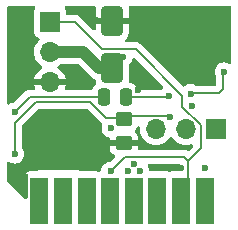
<source format=gbr>
%TF.GenerationSoftware,KiCad,Pcbnew,8.0.2-1*%
%TF.CreationDate,2024-06-01T01:47:10-04:00*%
%TF.ProjectId,ez-servo,657a2d73-6572-4766-9f2e-6b696361645f,v0.0.0*%
%TF.SameCoordinates,Original*%
%TF.FileFunction,Copper,L4,Bot*%
%TF.FilePolarity,Positive*%
%FSLAX46Y46*%
G04 Gerber Fmt 4.6, Leading zero omitted, Abs format (unit mm)*
G04 Created by KiCad (PCBNEW 8.0.2-1) date 2024-06-01 01:47:10*
%MOMM*%
%LPD*%
G01*
G04 APERTURE LIST*
G04 Aperture macros list*
%AMRoundRect*
0 Rectangle with rounded corners*
0 $1 Rounding radius*
0 $2 $3 $4 $5 $6 $7 $8 $9 X,Y pos of 4 corners*
0 Add a 4 corners polygon primitive as box body*
4,1,4,$2,$3,$4,$5,$6,$7,$8,$9,$2,$3,0*
0 Add four circle primitives for the rounded corners*
1,1,$1+$1,$2,$3*
1,1,$1+$1,$4,$5*
1,1,$1+$1,$6,$7*
1,1,$1+$1,$8,$9*
0 Add four rect primitives between the rounded corners*
20,1,$1+$1,$2,$3,$4,$5,0*
20,1,$1+$1,$4,$5,$6,$7,0*
20,1,$1+$1,$6,$7,$8,$9,0*
20,1,$1+$1,$8,$9,$2,$3,0*%
G04 Aperture macros list end*
%TA.AperFunction,ComponentPad*%
%ADD10C,0.600000*%
%TD*%
%TA.AperFunction,SMDPad,CuDef*%
%ADD11R,2.950000X4.500000*%
%TD*%
%TA.AperFunction,SMDPad,CuDef*%
%ADD12RoundRect,0.250000X-0.250000X-0.475000X0.250000X-0.475000X0.250000X0.475000X-0.250000X0.475000X0*%
%TD*%
%TA.AperFunction,SMDPad,CuDef*%
%ADD13RoundRect,0.250000X-0.450000X0.350000X-0.450000X-0.350000X0.450000X-0.350000X0.450000X0.350000X0*%
%TD*%
%TA.AperFunction,SMDPad,CuDef*%
%ADD14RoundRect,0.250000X0.650000X-1.000000X0.650000X1.000000X-0.650000X1.000000X-0.650000X-1.000000X0*%
%TD*%
%TA.AperFunction,ConnectorPad*%
%ADD15R,1.500000X4.000000*%
%TD*%
%TA.AperFunction,ComponentPad*%
%ADD16R,1.700000X1.700000*%
%TD*%
%TA.AperFunction,ComponentPad*%
%ADD17O,1.700000X1.700000*%
%TD*%
%TA.AperFunction,ViaPad*%
%ADD18C,0.600000*%
%TD*%
%TA.AperFunction,Conductor*%
%ADD19C,1.000000*%
%TD*%
%TA.AperFunction,Conductor*%
%ADD20C,0.200000*%
%TD*%
G04 APERTURE END LIST*
D10*
%TO.P,U1,9,GNDPAD*%
%TO.N,GND*%
X4300000Y-9830000D03*
X4300000Y-11030000D03*
X4300000Y-12330000D03*
X4300000Y-13430000D03*
D11*
X4900000Y-11630000D03*
D10*
X5500000Y-9830000D03*
X5500000Y-11030000D03*
X5500000Y-12330000D03*
X5500000Y-13430000D03*
%TD*%
D12*
%TO.P,C2,1*%
%TO.N,Net-(U1-BOOT)*%
X8700000Y-8240000D03*
%TO.P,C2,2*%
%TO.N,Net-(C2-Pad2)*%
X10600000Y-8240000D03*
%TD*%
D13*
%TO.P,R2,1*%
%TO.N,SENSE*%
X10400000Y-10070000D03*
%TO.P,R2,2*%
%TO.N,GND*%
X10400000Y-12070000D03*
%TD*%
D14*
%TO.P,D1,1,K*%
%TO.N,VOUT*%
X9410000Y-5760000D03*
%TO.P,D1,2,A*%
%TO.N,GND*%
X9410000Y-1760000D03*
%TD*%
D15*
%TO.P,J1,1,Pin_1*%
%TO.N,unconnected-(J1-Pin_1-Pad1)*%
X17250000Y-17000000D03*
%TO.P,J1,2,Pin_2*%
%TO.N,SERVO_PWM*%
X15250000Y-17000000D03*
%TO.P,J1,3,Pin_3*%
%TO.N,unconnected-(J1-Pin_3-Pad3)*%
X13250000Y-17000000D03*
%TO.P,J1,4,Pin_4*%
%TO.N,unconnected-(J1-Pin_4-Pad4)*%
X11250000Y-17000000D03*
%TO.P,J1,5,Pin_5*%
%TO.N,unconnected-(J1-Pin_5-Pad5)*%
X9250000Y-17000000D03*
%TO.P,J1,6,Pin_6*%
%TO.N,unconnected-(J1-Pin_6-Pad6)*%
X7250000Y-17000000D03*
%TO.P,J1,7,Pin_7*%
%TO.N,unconnected-(J1-Pin_7-Pad7)*%
X5250000Y-17000000D03*
%TO.P,J1,8,Pin_8*%
%TO.N,unconnected-(J1-Pin_8-Pad8)*%
X3250000Y-17000000D03*
%TD*%
D16*
%TO.P,J2,1,Pin_1*%
%TO.N,SERVO_PWM*%
X4150000Y-1850000D03*
D17*
%TO.P,J2,2,Pin_2*%
%TO.N,VOUT*%
X4150000Y-4390000D03*
%TO.P,J2,3,Pin_3*%
%TO.N,GND*%
X4150000Y-6930000D03*
%TD*%
D16*
%TO.P,J3,1,Pin_1*%
%TO.N,8_4V*%
X18200000Y-10930000D03*
D17*
%TO.P,J3,2,Pin_2*%
%TO.N,SENSE*%
X15660000Y-10930000D03*
%TO.P,J3,3,Pin_3*%
%TO.N,6V*%
X13120000Y-10930000D03*
%TD*%
D18*
%TO.N,VOUT*%
X11270000Y-13890000D03*
X10750000Y-14500000D03*
X10360000Y-4780000D03*
X16159265Y-8950735D03*
X11750000Y-14500000D03*
%TO.N,GND*%
X1900000Y-15600000D03*
X11600000Y-7640000D03*
X1283883Y-15016117D03*
X13280000Y-14250000D03*
X15250000Y-14250000D03*
X8070000Y-1700000D03*
%TO.N,SERVO_PWM*%
X9280000Y-14499998D03*
%TO.N,SENSE*%
X14290000Y-9930000D03*
X1170000Y-13030000D03*
%TO.N,Net-(C2-Pad2)*%
X14190001Y-8122829D03*
X18910000Y-6080000D03*
X16050000Y-7930823D03*
%TO.N,Net-(U1-BOOT)*%
X1170000Y-9470000D03*
%TO.N,+24V*%
X9319216Y-10825929D03*
X17300000Y-14250000D03*
%TD*%
D19*
%TO.N,VOUT*%
X6965000Y-4390000D02*
X8335000Y-5760000D01*
X4150000Y-4390000D02*
X6965000Y-4390000D01*
X8335000Y-5760000D02*
X9410000Y-5760000D01*
D20*
%TO.N,SERVO_PWM*%
X15490000Y-13290000D02*
X15850000Y-13650000D01*
X16940000Y-10580000D02*
X16940000Y-12560000D01*
X6260000Y-1850000D02*
X8590000Y-4180000D01*
X11430000Y-4180000D02*
X15370000Y-8120000D01*
X4150000Y-1850000D02*
X6260000Y-1850000D01*
X10489998Y-13290000D02*
X15490000Y-13290000D01*
X15370000Y-9010000D02*
X16940000Y-10580000D01*
X15850000Y-13650000D02*
X15850000Y-16400000D01*
X9280000Y-14499998D02*
X10489998Y-13290000D01*
X8590000Y-4180000D02*
X11430000Y-4180000D01*
X16940000Y-12560000D02*
X15850000Y-13650000D01*
X15850000Y-16400000D02*
X15250000Y-17000000D01*
X15370000Y-8120000D02*
X15370000Y-9010000D01*
%TO.N,SENSE*%
X2925686Y-8610000D02*
X7550000Y-8610000D01*
X10551154Y-9987500D02*
X10400000Y-9987500D01*
X10761483Y-9777171D02*
X10551154Y-9987500D01*
X7550000Y-8610000D02*
X8907500Y-9967500D01*
X14290000Y-9930000D02*
X14137171Y-9777171D01*
X14137171Y-9777171D02*
X10761483Y-9777171D01*
X8907500Y-9967500D02*
X10400000Y-9967500D01*
X1170000Y-13030000D02*
X1170000Y-10365686D01*
X1170000Y-10365686D02*
X2925686Y-8610000D01*
%TO.N,Net-(C2-Pad2)*%
X18840000Y-7520000D02*
X18840000Y-6150000D01*
X18840000Y-6150000D02*
X18910000Y-6080000D01*
X10600000Y-8230000D02*
X10620000Y-8210000D01*
X16080279Y-7900544D02*
X18459456Y-7900544D01*
X18459456Y-7900544D02*
X18840000Y-7520000D01*
X16050000Y-7930823D02*
X16080279Y-7900544D01*
X14190001Y-8122829D02*
X14072830Y-8240000D01*
X14072830Y-8240000D02*
X10600000Y-8240000D01*
X10600000Y-8240000D02*
X10600000Y-8230000D01*
%TO.N,Net-(U1-BOOT)*%
X1170000Y-9460000D02*
X2420000Y-8210000D01*
X1170000Y-9470000D02*
X1170000Y-9460000D01*
X2420000Y-8210000D02*
X8720000Y-8210000D01*
%TD*%
%TA.AperFunction,Conductor*%
%TO.N,GND*%
G36*
X2250000Y-14890000D02*
G01*
X2250000Y-16723871D01*
X2230315Y-16790910D01*
X2177511Y-16836665D01*
X2108353Y-16846609D01*
X2044797Y-16817584D01*
X2043619Y-16816550D01*
X1873044Y-16664928D01*
X1867744Y-16659930D01*
X536819Y-15329005D01*
X503334Y-15267682D01*
X500500Y-15241324D01*
X500500Y-14750000D01*
X2250000Y-14750000D01*
X2250000Y-14890000D01*
G37*
%TD.AperFunction*%
%TD*%
%TA.AperFunction,Conductor*%
%TO.N,GND*%
G36*
X1730000Y-14410000D02*
G01*
X3162378Y-14410000D01*
X3133338Y-14463182D01*
X3072014Y-14496666D01*
X3045657Y-14499500D01*
X2452129Y-14499500D01*
X2452123Y-14499501D01*
X2392516Y-14505908D01*
X2257671Y-14556202D01*
X2257664Y-14556206D01*
X2142455Y-14642452D01*
X2142452Y-14642455D01*
X2061943Y-14750000D01*
X500500Y-14750000D01*
X500500Y-13779094D01*
X520185Y-13712055D01*
X572989Y-13666300D01*
X642147Y-13656356D01*
X690471Y-13674100D01*
X725121Y-13695872D01*
X820475Y-13755788D01*
X990745Y-13815368D01*
X990750Y-13815369D01*
X1169996Y-13835565D01*
X1170000Y-13835565D01*
X1170004Y-13835565D01*
X1349249Y-13815369D01*
X1349252Y-13815368D01*
X1349255Y-13815368D01*
X1519522Y-13755789D01*
X1672262Y-13659816D01*
X1730000Y-13602078D01*
X1730000Y-14410000D01*
G37*
%TD.AperFunction*%
%TA.AperFunction,Conductor*%
G36*
X8422639Y-10331874D02*
G01*
X8422649Y-10331885D01*
X8426979Y-10336215D01*
X8426980Y-10336216D01*
X8531527Y-10440763D01*
X8565011Y-10502084D01*
X8560887Y-10569396D01*
X8533847Y-10646674D01*
X8533847Y-10646675D01*
X8513651Y-10825925D01*
X8513651Y-10825932D01*
X8533846Y-11005178D01*
X8533847Y-11005183D01*
X8593427Y-11175452D01*
X8689400Y-11328191D01*
X8816954Y-11455745D01*
X8969694Y-11551718D01*
X9116955Y-11603246D01*
X9173730Y-11643968D01*
X9199478Y-11708920D01*
X9200000Y-11720288D01*
X9200000Y-11820000D01*
X11599999Y-11820000D01*
X11599999Y-11670028D01*
X11599998Y-11670013D01*
X11589505Y-11567302D01*
X11534358Y-11400880D01*
X11534356Y-11400875D01*
X11442315Y-11251654D01*
X11348695Y-11158034D01*
X11315210Y-11096711D01*
X11320194Y-11027019D01*
X11348691Y-10982676D01*
X11442712Y-10888656D01*
X11534814Y-10739334D01*
X11535650Y-10736811D01*
X11536690Y-10735308D01*
X11537864Y-10732791D01*
X11538294Y-10732991D01*
X11575415Y-10679366D01*
X11639929Y-10652537D01*
X11708706Y-10664846D01*
X11759910Y-10712385D01*
X11777284Y-10780060D01*
X11776885Y-10786615D01*
X11764341Y-10929997D01*
X11764341Y-10930000D01*
X11784936Y-11165403D01*
X11784938Y-11165413D01*
X11846094Y-11393655D01*
X11846096Y-11393659D01*
X11846097Y-11393663D01*
X11929358Y-11572217D01*
X11945965Y-11607830D01*
X11945967Y-11607834D01*
X12016749Y-11708920D01*
X12081505Y-11801401D01*
X12248599Y-11968495D01*
X12303643Y-12007037D01*
X12442165Y-12104032D01*
X12442167Y-12104033D01*
X12442170Y-12104035D01*
X12656337Y-12203903D01*
X12656343Y-12203904D01*
X12656344Y-12203905D01*
X12711285Y-12218626D01*
X12884592Y-12265063D01*
X13072918Y-12281539D01*
X13119999Y-12285659D01*
X13120000Y-12285659D01*
X13120001Y-12285659D01*
X13159234Y-12282226D01*
X13355408Y-12265063D01*
X13583663Y-12203903D01*
X13797830Y-12104035D01*
X13991401Y-11968495D01*
X14158495Y-11801401D01*
X14288425Y-11615842D01*
X14343002Y-11572217D01*
X14412500Y-11565023D01*
X14474855Y-11596546D01*
X14491575Y-11615842D01*
X14621500Y-11801395D01*
X14621505Y-11801401D01*
X14788599Y-11968495D01*
X14843643Y-12007037D01*
X14982165Y-12104032D01*
X14982167Y-12104033D01*
X14982170Y-12104035D01*
X15196337Y-12203903D01*
X15196343Y-12203904D01*
X15196344Y-12203905D01*
X15251285Y-12218626D01*
X15424592Y-12265063D01*
X15612918Y-12281539D01*
X15659999Y-12285659D01*
X15660000Y-12285659D01*
X15660001Y-12285659D01*
X15699234Y-12282226D01*
X15895408Y-12265063D01*
X16118154Y-12205379D01*
X16188004Y-12207042D01*
X16245866Y-12246205D01*
X16273370Y-12310433D01*
X16261783Y-12379335D01*
X16237928Y-12412835D01*
X15914943Y-12735819D01*
X15853620Y-12769304D01*
X15783928Y-12764320D01*
X15765261Y-12755524D01*
X15721787Y-12730424D01*
X15721786Y-12730423D01*
X15721785Y-12730423D01*
X15569057Y-12689499D01*
X15410943Y-12689499D01*
X15403347Y-12689499D01*
X15403331Y-12689500D01*
X11714887Y-12689500D01*
X11647848Y-12669815D01*
X11602093Y-12617011D01*
X11591529Y-12552897D01*
X11599999Y-12469986D01*
X11600000Y-12469973D01*
X11600000Y-12320000D01*
X9200001Y-12320000D01*
X9200001Y-12469986D01*
X9210494Y-12572697D01*
X9265641Y-12739119D01*
X9265643Y-12739124D01*
X9357684Y-12888345D01*
X9481654Y-13012315D01*
X9618335Y-13096621D01*
X9665059Y-13148569D01*
X9676282Y-13217532D01*
X9648438Y-13281614D01*
X9640919Y-13289841D01*
X9261465Y-13669296D01*
X9200142Y-13702781D01*
X9187668Y-13704835D01*
X9100750Y-13714628D01*
X8930478Y-13774208D01*
X8777737Y-13870182D01*
X8650184Y-13997735D01*
X8554210Y-14150476D01*
X8494630Y-14320748D01*
X8485761Y-14399461D01*
X8458694Y-14463875D01*
X8401098Y-14503429D01*
X8393234Y-14505640D01*
X8293332Y-14542901D01*
X8223640Y-14547885D01*
X8206668Y-14542901D01*
X8107485Y-14505909D01*
X8107483Y-14505908D01*
X8047883Y-14499501D01*
X8047881Y-14499500D01*
X8047873Y-14499500D01*
X8047865Y-14499500D01*
X6754342Y-14499500D01*
X6687303Y-14479815D01*
X6641548Y-14427011D01*
X6639102Y-14410000D01*
X8280000Y-14410000D01*
X8280000Y-10189235D01*
X8422639Y-10331874D01*
G37*
%TD.AperFunction*%
%TA.AperFunction,Conductor*%
G36*
X15192539Y-13910185D02*
G01*
X15238294Y-13962989D01*
X15249500Y-14014500D01*
X15249500Y-14375500D01*
X15229815Y-14442539D01*
X15177011Y-14488294D01*
X15125500Y-14499500D01*
X14452129Y-14499500D01*
X14452123Y-14499501D01*
X14392515Y-14505909D01*
X14293332Y-14542901D01*
X14223640Y-14547885D01*
X14206668Y-14542901D01*
X14107485Y-14505909D01*
X14107483Y-14505908D01*
X14047883Y-14499501D01*
X14047881Y-14499500D01*
X14047873Y-14499500D01*
X14047865Y-14499500D01*
X12666322Y-14499500D01*
X12599283Y-14479815D01*
X12553528Y-14427011D01*
X12543102Y-14389383D01*
X12535369Y-14320750D01*
X12535368Y-14320745D01*
X12475788Y-14150475D01*
X12431802Y-14080473D01*
X12412801Y-14013236D01*
X12433168Y-13946401D01*
X12486436Y-13901186D01*
X12536795Y-13890500D01*
X15125500Y-13890500D01*
X15192539Y-13910185D01*
G37*
%TD.AperFunction*%
%TA.AperFunction,Conductor*%
G36*
X2868038Y-520185D02*
G01*
X2913793Y-572989D01*
X2923737Y-642147D01*
X2900265Y-698810D01*
X2891877Y-710016D01*
X2856204Y-757668D01*
X2856202Y-757671D01*
X2805908Y-892517D01*
X2799501Y-952116D01*
X2799501Y-952123D01*
X2799500Y-952135D01*
X2799500Y-2747870D01*
X2799501Y-2747876D01*
X2805908Y-2807483D01*
X2856202Y-2942328D01*
X2856206Y-2942335D01*
X2942452Y-3057544D01*
X2942455Y-3057547D01*
X3057664Y-3143793D01*
X3057671Y-3143797D01*
X3189081Y-3192810D01*
X3245015Y-3234681D01*
X3269432Y-3300145D01*
X3254580Y-3368418D01*
X3233430Y-3396673D01*
X3111503Y-3518600D01*
X2975965Y-3712169D01*
X2975964Y-3712171D01*
X2876098Y-3926335D01*
X2876094Y-3926344D01*
X2814938Y-4154586D01*
X2814936Y-4154596D01*
X2794341Y-4389999D01*
X2794341Y-4390000D01*
X2814936Y-4625403D01*
X2814938Y-4625413D01*
X2876094Y-4853655D01*
X2876096Y-4853659D01*
X2876097Y-4853663D01*
X2925336Y-4959255D01*
X2975965Y-5067830D01*
X2975967Y-5067834D01*
X3111501Y-5261395D01*
X3111506Y-5261402D01*
X3278597Y-5428493D01*
X3278603Y-5428498D01*
X3464594Y-5558730D01*
X3508219Y-5613307D01*
X3515413Y-5682805D01*
X3483890Y-5745160D01*
X3464595Y-5761880D01*
X3278922Y-5891890D01*
X3278920Y-5891891D01*
X3111891Y-6058920D01*
X3111886Y-6058926D01*
X2976400Y-6252420D01*
X2976399Y-6252422D01*
X2876570Y-6466507D01*
X2876567Y-6466513D01*
X2819364Y-6679999D01*
X2819364Y-6680000D01*
X3716988Y-6680000D01*
X3684075Y-6737007D01*
X3650000Y-6864174D01*
X3650000Y-6995826D01*
X3684075Y-7122993D01*
X3716988Y-7180000D01*
X2819364Y-7180000D01*
X2876567Y-7393486D01*
X2876569Y-7393492D01*
X2895037Y-7433095D01*
X2905529Y-7502172D01*
X2877009Y-7565956D01*
X2818533Y-7604196D01*
X2782655Y-7609500D01*
X2506669Y-7609500D01*
X2506653Y-7609499D01*
X2499057Y-7609499D01*
X2340943Y-7609499D01*
X2239556Y-7636666D01*
X2188210Y-7650424D01*
X2188209Y-7650425D01*
X2138096Y-7679359D01*
X2138095Y-7679360D01*
X2094689Y-7704420D01*
X2051285Y-7729479D01*
X2051282Y-7729481D01*
X1939478Y-7841286D01*
X1140195Y-8640568D01*
X1078872Y-8674053D01*
X1066398Y-8676107D01*
X990750Y-8684630D01*
X820478Y-8744210D01*
X690472Y-8825899D01*
X623235Y-8844899D01*
X556400Y-8824531D01*
X511186Y-8771263D01*
X500500Y-8720905D01*
X500500Y-624500D01*
X520185Y-557461D01*
X572989Y-511706D01*
X624500Y-500500D01*
X2800999Y-500500D01*
X2868038Y-520185D01*
G37*
%TD.AperFunction*%
%TA.AperFunction,Conductor*%
G36*
X11310065Y-4917446D02*
G01*
X11340552Y-4939787D01*
X13704323Y-7303558D01*
X13737808Y-7364881D01*
X13732824Y-7434573D01*
X13692740Y-7488117D01*
X13693183Y-7488672D01*
X13691053Y-7490369D01*
X13690952Y-7490506D01*
X13690453Y-7490848D01*
X13687741Y-7493011D01*
X13577570Y-7603182D01*
X13516247Y-7636666D01*
X13489889Y-7639500D01*
X11688585Y-7639500D01*
X11621546Y-7619815D01*
X11575791Y-7567011D01*
X11570879Y-7554504D01*
X11534814Y-7445666D01*
X11442712Y-7296344D01*
X11318656Y-7172288D01*
X11169334Y-7080186D01*
X11002797Y-7025001D01*
X11002795Y-7025000D01*
X10914106Y-7015940D01*
X10849415Y-6989544D01*
X10809263Y-6932363D01*
X10803351Y-6879981D01*
X10810500Y-6810009D01*
X10810499Y-5510809D01*
X10830184Y-5443771D01*
X10857194Y-5413857D01*
X10862257Y-5409818D01*
X10862262Y-5409816D01*
X10989816Y-5282262D01*
X11085789Y-5129522D01*
X11135830Y-4986512D01*
X11176551Y-4929738D01*
X11241503Y-4903990D01*
X11310065Y-4917446D01*
G37*
%TD.AperFunction*%
%TA.AperFunction,Conductor*%
G36*
X6566257Y-5410185D02*
G01*
X6586899Y-5426819D01*
X7697215Y-6537137D01*
X7697223Y-6537143D01*
X7861084Y-6646631D01*
X7861087Y-6646633D01*
X7932952Y-6676400D01*
X7987356Y-6720240D01*
X8009421Y-6786534D01*
X8009500Y-6790955D01*
X8009500Y-6809998D01*
X8009501Y-6810019D01*
X8020000Y-6912796D01*
X8037451Y-6965460D01*
X8053995Y-7015384D01*
X8056397Y-7085211D01*
X8020666Y-7145253D01*
X8001387Y-7159925D01*
X7981344Y-7172287D01*
X7857289Y-7296342D01*
X7765187Y-7445663D01*
X7765185Y-7445668D01*
X7739062Y-7524504D01*
X7699289Y-7581949D01*
X7634773Y-7608772D01*
X7621356Y-7609500D01*
X5517345Y-7609500D01*
X5450306Y-7589815D01*
X5404551Y-7537011D01*
X5394607Y-7467853D01*
X5404963Y-7433095D01*
X5423430Y-7393492D01*
X5423432Y-7393486D01*
X5480636Y-7180000D01*
X4583012Y-7180000D01*
X4615925Y-7122993D01*
X4650000Y-6995826D01*
X4650000Y-6864174D01*
X4615925Y-6737007D01*
X4583012Y-6680000D01*
X5480636Y-6680000D01*
X5480635Y-6679999D01*
X5423432Y-6466513D01*
X5423429Y-6466507D01*
X5323600Y-6252422D01*
X5323599Y-6252420D01*
X5188113Y-6058926D01*
X5188108Y-6058920D01*
X5021078Y-5891890D01*
X4835405Y-5761879D01*
X4791780Y-5707302D01*
X4784588Y-5637804D01*
X4816110Y-5575449D01*
X4835406Y-5558730D01*
X4903843Y-5510810D01*
X5021401Y-5428495D01*
X5023077Y-5426819D01*
X5023995Y-5426317D01*
X5025544Y-5425018D01*
X5025805Y-5425329D01*
X5084400Y-5393334D01*
X5110758Y-5390500D01*
X6499218Y-5390500D01*
X6566257Y-5410185D01*
G37*
%TD.AperFunction*%
%TA.AperFunction,Conductor*%
G36*
X7961131Y-520185D02*
G01*
X8006886Y-572989D01*
X8017450Y-637104D01*
X8010000Y-710016D01*
X8010000Y-1510000D01*
X10809999Y-1510000D01*
X10809999Y-710028D01*
X10809998Y-710013D01*
X10802550Y-637102D01*
X10815320Y-568409D01*
X10863200Y-517525D01*
X10925908Y-500500D01*
X19375500Y-500500D01*
X19442539Y-520185D01*
X19488294Y-572989D01*
X19499500Y-624500D01*
X19499500Y-5280637D01*
X19479815Y-5347676D01*
X19427011Y-5393431D01*
X19357853Y-5403375D01*
X19309529Y-5385631D01*
X19259525Y-5354212D01*
X19089254Y-5294631D01*
X19089249Y-5294630D01*
X18910004Y-5274435D01*
X18909996Y-5274435D01*
X18730750Y-5294630D01*
X18730745Y-5294631D01*
X18560476Y-5354211D01*
X18407737Y-5450184D01*
X18280184Y-5577737D01*
X18184211Y-5730476D01*
X18124631Y-5900745D01*
X18124630Y-5900750D01*
X18104435Y-6079996D01*
X18104435Y-6080003D01*
X18124630Y-6259249D01*
X18124631Y-6259254D01*
X18184210Y-6429520D01*
X18184211Y-6429522D01*
X18220493Y-6487265D01*
X18239500Y-6553235D01*
X18239500Y-7176044D01*
X18219815Y-7243083D01*
X18167011Y-7288838D01*
X18115500Y-7300044D01*
X16586453Y-7300044D01*
X16520481Y-7281038D01*
X16504927Y-7271265D01*
X16399522Y-7205034D01*
X16229254Y-7145454D01*
X16229249Y-7145453D01*
X16050004Y-7125258D01*
X16049996Y-7125258D01*
X15870750Y-7145453D01*
X15870745Y-7145454D01*
X15700476Y-7205034D01*
X15595072Y-7271265D01*
X15555163Y-7296342D01*
X15541842Y-7304712D01*
X15540314Y-7302281D01*
X15487490Y-7323777D01*
X15418809Y-7310942D01*
X15387323Y-7288088D01*
X11917590Y-3818355D01*
X11917588Y-3818352D01*
X11798717Y-3699481D01*
X11798716Y-3699480D01*
X11711904Y-3649360D01*
X11711904Y-3649359D01*
X11711900Y-3649358D01*
X11661785Y-3620423D01*
X11509057Y-3579499D01*
X11350943Y-3579499D01*
X11343347Y-3579499D01*
X11343331Y-3579500D01*
X10597260Y-3579500D01*
X10530221Y-3559815D01*
X10484466Y-3507011D01*
X10474522Y-3437853D01*
X10503547Y-3374297D01*
X10523258Y-3357533D01*
X10522677Y-3356798D01*
X10528344Y-3352316D01*
X10652315Y-3228345D01*
X10744356Y-3079124D01*
X10744358Y-3079119D01*
X10799505Y-2912697D01*
X10799506Y-2912690D01*
X10809999Y-2809986D01*
X10810000Y-2809973D01*
X10810000Y-2010000D01*
X8010000Y-2010000D01*
X8010000Y-2451403D01*
X7990315Y-2518443D01*
X7937511Y-2564197D01*
X7868353Y-2574141D01*
X7804797Y-2545116D01*
X7798326Y-2539090D01*
X6747589Y-1488354D01*
X6747588Y-1488352D01*
X6628717Y-1369481D01*
X6628716Y-1369480D01*
X6541904Y-1319360D01*
X6541904Y-1319359D01*
X6541900Y-1319358D01*
X6491785Y-1290423D01*
X6339057Y-1249499D01*
X6180943Y-1249499D01*
X6173347Y-1249499D01*
X6173331Y-1249500D01*
X5624499Y-1249500D01*
X5557460Y-1229815D01*
X5511705Y-1177011D01*
X5500499Y-1125500D01*
X5500499Y-952129D01*
X5500498Y-952123D01*
X5500497Y-952116D01*
X5494091Y-892517D01*
X5443796Y-757669D01*
X5399734Y-698810D01*
X5375317Y-633348D01*
X5390168Y-565075D01*
X5439573Y-515669D01*
X5499001Y-500500D01*
X7894092Y-500500D01*
X7961131Y-520185D01*
G37*
%TD.AperFunction*%
%TD*%
%TA.AperFunction,Conductor*%
%TO.N,GND*%
G36*
X7316942Y-9230185D02*
G01*
X7337584Y-9246819D01*
X8280000Y-10189235D01*
X8280000Y-14410000D01*
X1730000Y-14410000D01*
X1730000Y-13602078D01*
X1799816Y-13532262D01*
X1895789Y-13379522D01*
X1955368Y-13209255D01*
X1975565Y-13030000D01*
X1955368Y-12850745D01*
X1895789Y-12680478D01*
X1799816Y-12527738D01*
X1799814Y-12527736D01*
X1799813Y-12527734D01*
X1797550Y-12524896D01*
X1796659Y-12522715D01*
X1796111Y-12521842D01*
X1796264Y-12521745D01*
X1771144Y-12460209D01*
X1770500Y-12447587D01*
X1770500Y-10665783D01*
X1790185Y-10598744D01*
X1806819Y-10578102D01*
X3138102Y-9246819D01*
X3199425Y-9213334D01*
X3225783Y-9210500D01*
X7249903Y-9210500D01*
X7316942Y-9230185D01*
G37*
%TD.AperFunction*%
%TD*%
M02*

</source>
